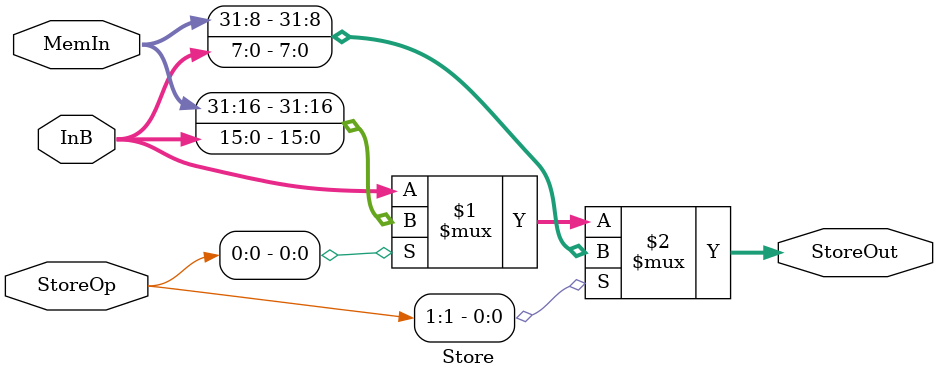
<source format=v>
module Store(StoreOp, InB, MemIn, StoreOut);

	input [1:0] StoreOp;
	input [31:0] InB;
	input [31:0] MemIn;

	output [31:0] StoreOut;

	assign StoreOut = StoreOp[1] ? {MemIn[31:8], InB[7:0]} : (StoreOp[0] ? {MemIn[31:16], InB[15:0]} : InB);


endmodule

</source>
